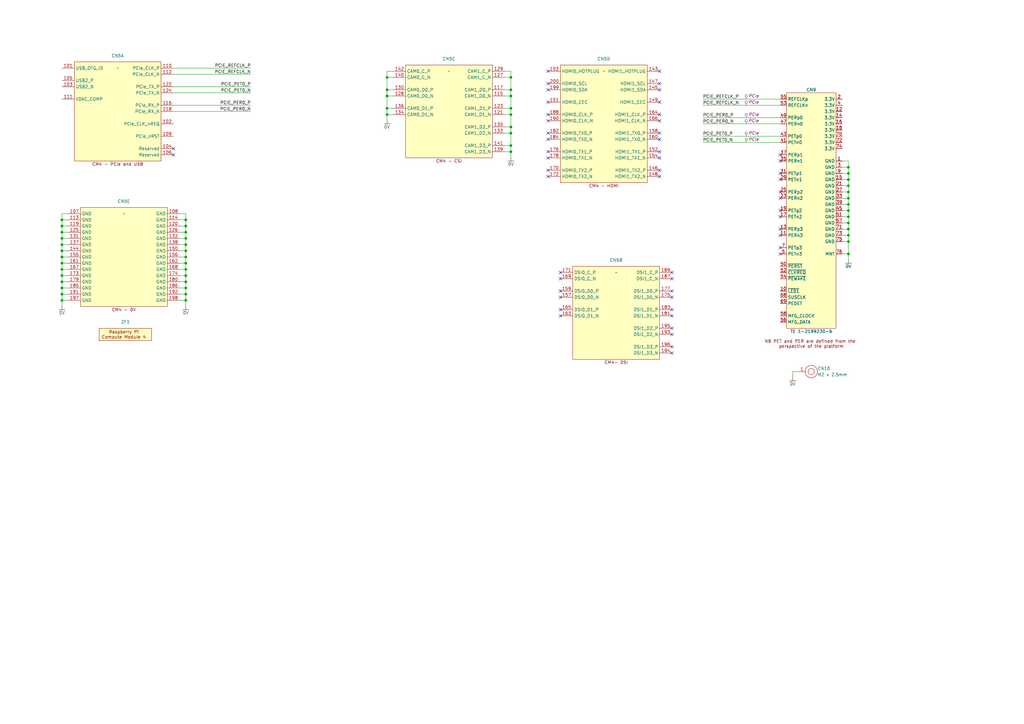
<source format=kicad_sch>
(kicad_sch (version 20230121) (generator eeschema)
  (paper "A3")
  (lib_symbols
    (symbol "Connector_WUT:TE-Connectivity_M-2_1-2199230-6"
      (property "Reference" "CN" (at 0 3.81 0))
      (property "Value" "TE 1-2199230-6" (at 0 -95.25 0))
      (symbol "TE-Connectivity_M-2_1-2199230-6_1_1"
        (rectangle (start -10.16 2.54) (end 10.16 -93.98) (fill (type background)))
        (text "NB PET and PER are defined from the \nperspective of the platform" (at 0 -100.33 0) (effects (font (size 1.27 1.27))))
        (pin power_in line (at -12.7 -25.4 0) (length 2.54) (name "GND") (number "1"))
        (pin open_collector line (at 12.7 -78.74 180) (length 2.54) (name "~{LED1}") (number "10"))
        (pin output line (at 12.7 -55.88 180) (length 2.54) (name "PERn3") (number "11"))
        (pin power_in line (at -12.7 -5.08 0) (length 2.54) (name "3.3V") (number "12"))
        (pin output line (at 12.7 -53.34 180) (length 2.54) (name "PERp3") (number "13"))
        (pin power_in line (at -12.7 -7.62 0) (length 2.54) (name "3.3V") (number "14"))
        (pin power_in line (at -12.7 -33.02 0) (length 2.54) (name "GND") (number "15"))
        (pin power_in line (at -12.7 -10.16 0) (length 2.54) (name "3.3V") (number "16"))
        (pin input line (at 12.7 -48.26 180) (length 2.54) (name "PETn2") (number "17"))
        (pin power_in line (at -12.7 -12.7 0) (length 2.54) (name "3.3V") (number "18"))
        (pin input line (at 12.7 -45.72 180) (length 2.54) (name "PETp2") (number "19"))
        (pin power_in line (at -12.7 0 0) (length 2.54) (name "3.3V") (number "2"))
        (pin no_connect line (at -12.7 -68.58 0) (length 2.54) hide (name "NC") (number "20"))
        (pin power_in line (at -12.7 -35.56 0) (length 2.54) (name "GND") (number "21"))
        (pin no_connect line (at -12.7 -69.85 0) (length 2.54) hide (name "NC") (number "22"))
        (pin output line (at 12.7 -40.64 180) (length 2.54) (name "PERn2") (number "23"))
        (pin no_connect line (at -12.7 -71.12 0) (length 2.54) hide (name "NC") (number "24"))
        (pin output line (at 12.7 -38.1 180) (length 2.54) (name "PERp2") (number "25"))
        (pin no_connect line (at -12.7 -72.39 0) (length 2.54) hide (name "NC") (number "26"))
        (pin power_in line (at -12.7 -38.1 0) (length 2.54) (name "GND") (number "27"))
        (pin no_connect line (at -12.7 -73.66 0) (length 2.54) hide (name "NC") (number "28"))
        (pin input line (at 12.7 -33.02 180) (length 2.54) (name "PETn1") (number "29"))
        (pin power_in line (at -12.7 -27.94 0) (length 2.54) (name "GND") (number "3"))
        (pin no_connect line (at -12.7 -74.93 0) (length 2.54) hide (name "NC") (number "30"))
        (pin input line (at 12.7 -30.48 180) (length 2.54) (name "PETp1") (number "31"))
        (pin no_connect line (at -12.7 -76.2 0) (length 2.54) hide (name "NC") (number "32"))
        (pin power_in line (at -12.7 -40.64 0) (length 2.54) (name "GND") (number "33"))
        (pin no_connect line (at -12.7 -77.47 0) (length 2.54) hide (name "NC") (number "34"))
        (pin output line (at 12.7 -25.4 180) (length 2.54) (name "PERn1") (number "35"))
        (pin no_connect line (at -12.7 -78.74 0) (length 2.54) hide (name "NC") (number "36"))
        (pin output line (at 12.7 -22.86 180) (length 2.54) (name "PERp1") (number "37"))
        (pin no_connect line (at -12.7 -80.01 0) (length 2.54) hide (name "NC") (number "38"))
        (pin power_in line (at -12.7 -43.18 0) (length 2.54) (name "GND") (number "39"))
        (pin power_in line (at -12.7 -2.54 0) (length 2.54) (name "3.3V") (number "4"))
        (pin no_connect line (at -12.7 -81.28 0) (length 2.54) hide (name "NC") (number "40"))
        (pin input line (at 12.7 -17.78 180) (length 2.54) (name "PETn0") (number "41"))
        (pin no_connect line (at -12.7 -82.55 0) (length 2.54) hide (name "NC") (number "42"))
        (pin input line (at 12.7 -15.24 180) (length 2.54) (name "PETp0") (number "43"))
        (pin no_connect line (at -12.7 -83.82 0) (length 2.54) hide (name "NC") (number "44"))
        (pin power_in line (at -12.7 -45.72 0) (length 2.54) (name "GND") (number "45"))
        (pin no_connect line (at -12.7 -85.09 0) (length 2.54) hide (name "NC") (number "46"))
        (pin output line (at 12.7 -10.16 180) (length 2.54) (name "PERn0") (number "47"))
        (pin no_connect line (at -12.7 -86.36 0) (length 2.54) hide (name "NC") (number "48"))
        (pin output line (at 12.7 -7.62 180) (length 2.54) (name "PERp0") (number "49"))
        (pin input line (at 12.7 -63.5 180) (length 2.54) (name "PETn3") (number "5"))
        (pin input line (at 12.7 -68.58 180) (length 2.54) (name "~{PERST}") (number "50"))
        (pin power_in line (at -12.7 -48.26 0) (length 2.54) (name "GND") (number "51"))
        (pin output line (at 12.7 -71.12 180) (length 2.54) (name "~{CLKREQ}") (number "52"))
        (pin input line (at 12.7 -2.54 180) (length 2.54) (name "REFCLKn") (number "53"))
        (pin output line (at 12.7 -73.66 180) (length 2.54) (name "~{PEWAKE}") (number "54"))
        (pin input line (at 12.7 0 180) (length 2.54) (name "REFCLKp") (number "55"))
        (pin bidirectional line (at 12.7 -91.44 180) (length 2.54) (name "MFG_DATA") (number "56"))
        (pin power_in line (at -12.7 -50.8 0) (length 2.54) (name "GND") (number "57"))
        (pin input line (at 12.7 -88.9 180) (length 2.54) (name "MFG_CLOCK") (number "58"))
        (pin no_connect line (at -12.7 -66.04 0) (length 2.54) hide (name "NC") (number "6"))
        (pin no_connect line (at -12.7 -87.63 0) (length 2.54) hide (name "NC") (number "67"))
        (pin input line (at 12.7 -81.28 180) (length 2.54) (name "SUSCLK") (number "68"))
        (pin passive line (at 12.7 -83.82 180) (length 2.54) (name "PEDET") (number "69"))
        (pin input line (at 12.7 -60.96 180) (length 2.54) (name "PETp3") (number "7"))
        (pin power_in line (at -12.7 -15.24 0) (length 2.54) (name "3.3V") (number "70"))
        (pin power_in line (at -12.7 -53.34 0) (length 2.54) (name "GND") (number "71"))
        (pin power_in line (at -12.7 -17.78 0) (length 2.54) (name "3.3V") (number "72"))
        (pin power_in line (at -12.7 -55.88 0) (length 2.54) (name "GND") (number "73"))
        (pin power_in line (at -12.7 -20.32 0) (length 2.54) (name "3.3V") (number "74"))
        (pin power_in line (at -12.7 -58.42 0) (length 2.54) (name "GND") (number "75"))
        (pin passive line (at -12.7 -63.5 0) (length 2.54) (name "MNT") (number "76"))
        (pin no_connect line (at -12.7 -67.31 0) (length 2.54) hide (name "NC") (number "8"))
        (pin power_in line (at -12.7 -30.48 0) (length 2.54) (name "GND") (number "9"))
      )
    )
    (symbol "Connector_WUT:Wurth_9774025243R"
      (property "Reference" "CN" (at 3.81 1.27 0))
      (property "Value" "M2 x 2.5mm" (at 3.81 -1.27 0))
      (symbol "Wurth_9774025243R_0_1"
        (circle (center 0 0) (radius 1.27))
        (circle (center 0 0) (radius 2.54))
      )
      (symbol "Wurth_9774025243R_1_1"
        (pin passive line (at -5.08 0 0) (length 2.54) (name "") (number "1"))
      )
    )
    (symbol "Modules_WUT:ComputeModule4-HPIO"
      (property "Reference" "CN" (at 0 3.81 0))
      (symbol "ComputeModule4-HPIO_1_1"
        (rectangle (start -17.78 2.54) (end 17.78 -38.1) (fill (type background)))
        (text "CM4 - PCIe and USB" (at 0 -39.37 0) (effects (font (size 1.27 1.27))))
        (pin input line (at -22.86 0 0) (length 5.08) (name "USB_OTG_ID") (number "101"))
        (pin input line (at 22.86 -22.86 180) (length 5.08) (name "PCIe_CLK_nREQ") (number "102"))
        (pin passive line (at -22.86 -7.62 0) (length 5.08) (name "USB2_N") (number "103"))
        (pin passive line (at 22.86 -33.02 180) (length 5.08) (name "Reserved") (number "104"))
        (pin passive line (at -22.86 -5.08 0) (length 5.08) (name "USB2_P") (number "105"))
        (pin passive line (at 22.86 -35.56 180) (length 5.08) (name "Reserved") (number "106"))
        (pin bidirectional line (at 22.86 -27.94 180) (length 5.08) (name "PCIe_nRST") (number "109"))
        (pin output line (at 22.86 0 180) (length 5.08) (name "PCIe_CLK_P") (number "110"))
        (pin passive line (at -22.86 -12.7 0) (length 5.08) (name "VDAC_COMP") (number "111"))
        (pin output line (at 22.86 -2.54 180) (length 5.08) (name "PCIe_CLK_N") (number "112"))
        (pin input line (at 22.86 -15.24 180) (length 5.08) (name "PCIe_RX_P") (number "116"))
        (pin input line (at 22.86 -17.78 180) (length 5.08) (name "PCIe_RX_N") (number "118"))
        (pin output line (at 22.86 -7.62 180) (length 5.08) (name "PCIe_TX_P") (number "122"))
        (pin output line (at 22.86 -10.16 180) (length 5.08) (name "PCIe_TX_N") (number "124"))
      )
      (symbol "ComputeModule4-HPIO_2_1"
        (rectangle (start -17.78 2.54) (end 17.78 -35.56) (fill (type background)))
        (text "CM4- DSI" (at 0 -36.83 0) (effects (font (size 1.27 1.27))))
        (pin output line (at -22.86 -10.16 0) (length 5.08) (name "DSI0_D0_N") (number "157"))
        (pin output line (at -22.86 -7.62 0) (length 5.08) (name "DSI0_D0_P") (number "159"))
        (pin output line (at -22.86 -17.78 0) (length 5.08) (name "DSI0_D1_N") (number "163"))
        (pin output line (at -22.86 -15.24 0) (length 5.08) (name "DSI0_D1_P") (number "165"))
        (pin output line (at -22.86 -2.54 0) (length 5.08) (name "DSI0_C_N") (number "169"))
        (pin output line (at -22.86 0 0) (length 5.08) (name "DSI0_C_P") (number "171"))
        (pin output line (at 22.86 -10.16 180) (length 5.08) (name "DSI1_D0_N") (number "175"))
        (pin output line (at 22.86 -7.62 180) (length 5.08) (name "DSI1_D0_P") (number "177"))
        (pin output line (at 22.86 -17.78 180) (length 5.08) (name "DSI1_D1_N") (number "181"))
        (pin output line (at 22.86 -15.24 180) (length 5.08) (name "DSI1_D1_P") (number "183"))
        (pin output line (at 22.86 -2.54 180) (length 5.08) (name "DSI1_C_N") (number "187"))
        (pin output line (at 22.86 0 180) (length 5.08) (name "DSI1_C_P") (number "189"))
        (pin output line (at 22.86 -25.4 180) (length 5.08) (name "DSI1_D2_N") (number "193"))
        (pin output line (at 22.86 -33.02 180) (length 5.08) (name "DSI1_D3_N") (number "194"))
        (pin output line (at 22.86 -22.86 180) (length 5.08) (name "DSI1_D2_P") (number "195"))
        (pin output line (at 22.86 -30.48 180) (length 5.08) (name "DSI1_D3_P") (number "196"))
      )
      (symbol "ComputeModule4-HPIO_3_1"
        (rectangle (start -17.78 2.54) (end 17.78 -35.56) (fill (type background)))
        (text "CM4 - CSI" (at 0 -36.83 0) (effects (font (size 1.27 1.27))))
        (pin input line (at 22.86 -10.16 180) (length 5.08) (name "CAM1_D0_N") (number "115"))
        (pin input line (at 22.86 -7.62 180) (length 5.08) (name "CAM1_D0_P") (number "117"))
        (pin input line (at 22.86 -17.78 180) (length 5.08) (name "CAM1_D1_N") (number "121"))
        (pin input line (at 22.86 -15.24 180) (length 5.08) (name "CAM1_D1_P") (number "123"))
        (pin input line (at 22.86 -2.54 180) (length 5.08) (name "CAM1_C_N") (number "127"))
        (pin input line (at -22.86 -10.16 0) (length 5.08) (name "CAM0_D0_N") (number "128"))
        (pin input line (at 22.86 0 180) (length 5.08) (name "CAM1_C_P") (number "129"))
        (pin input line (at -22.86 -7.62 0) (length 5.08) (name "CAM0_D0_P") (number "130"))
        (pin input line (at 22.86 -25.4 180) (length 5.08) (name "CAM1_D2_N") (number "133"))
        (pin input line (at -22.86 -17.78 0) (length 5.08) (name "CAM0_D1_N") (number "134"))
        (pin input line (at 22.86 -22.86 180) (length 5.08) (name "CAM1_D2_P") (number "135"))
        (pin input line (at -22.86 -15.24 0) (length 5.08) (name "CAM0_D1_P") (number "136"))
        (pin input line (at 22.86 -33.02 180) (length 5.08) (name "CAM1_D3_N") (number "139"))
        (pin input line (at -22.86 -2.54 0) (length 5.08) (name "CAM0_C_N") (number "140"))
        (pin input line (at 22.86 -30.48 180) (length 5.08) (name "CAM1_D3_P") (number "141"))
        (pin input line (at -22.86 0 0) (length 5.08) (name "CAM0_C_P") (number "142"))
      )
      (symbol "ComputeModule4-HPIO_4_1"
        (rectangle (start -17.78 2.54) (end 17.78 -45.72) (fill (type background)))
        (text "CM4 - HDMI" (at 0 -46.99 0) (effects (font (size 1.27 1.27))))
        (pin input line (at 22.86 0 180) (length 5.08) (name "HDMI1_HOTPLUG") (number "143"))
        (pin bidirectional line (at 22.86 -7.62 180) (length 5.08) (name "HDMI1_SDA") (number "145"))
        (pin output line (at 22.86 -40.64 180) (length 5.08) (name "HDMI1_TX2_P") (number "146"))
        (pin open_collector line (at 22.86 -5.08 180) (length 5.08) (name "HDMI1_SCL") (number "147"))
        (pin output line (at 22.86 -43.18 180) (length 5.08) (name "HDMI1_TX2_N") (number "148"))
        (pin open_collector line (at 22.86 -12.7 180) (length 5.08) (name "HDMI1_CEC") (number "149"))
        (pin open_collector line (at -22.86 -12.7 0) (length 5.08) (name "HDMI0_CEC") (number "151"))
        (pin output line (at 22.86 -33.02 180) (length 5.08) (name "HDMI1_TX1_P") (number "152"))
        (pin input line (at -22.86 0 0) (length 5.08) (name "HDMI0_HOTPLUG") (number "153"))
        (pin output line (at 22.86 -35.56 180) (length 5.08) (name "HDMI1_TX1_N") (number "154"))
        (pin output line (at 22.86 -25.4 180) (length 5.08) (name "HDMI1_TX0_P") (number "158"))
        (pin output line (at 22.86 -27.94 180) (length 5.08) (name "HDMI1_TX0_N") (number "160"))
        (pin output line (at 22.86 -17.78 180) (length 5.08) (name "HDMI1_CLK_P") (number "164"))
        (pin output line (at 22.86 -20.32 180) (length 5.08) (name "HDMI1_CLK_N") (number "166"))
        (pin output line (at -22.86 -40.64 0) (length 5.08) (name "HDMI0_TX2_P") (number "170"))
        (pin output line (at -22.86 -43.18 0) (length 5.08) (name "HDMI0_TX2_N") (number "172"))
        (pin output line (at -22.86 -33.02 0) (length 5.08) (name "HDMI0_TX1_P") (number "176"))
        (pin output line (at -22.86 -35.56 0) (length 5.08) (name "HDMI0_TX1_N") (number "178"))
        (pin output line (at -22.86 -25.4 0) (length 5.08) (name "HDMI0_TX0_P") (number "182"))
        (pin output line (at -22.86 -27.94 0) (length 5.08) (name "HDMI0_TX0_N") (number "184"))
        (pin output line (at -22.86 -17.78 0) (length 5.08) (name "HDMI0_CLK_P") (number "188"))
        (pin output line (at -22.86 -20.32 0) (length 5.08) (name "HDMI0_CLK_N") (number "190"))
        (pin bidirectional line (at -22.86 -7.62 0) (length 5.08) (name "HDMI0_SDA") (number "199"))
        (pin open_collector line (at -22.86 -5.08 0) (length 5.08) (name "HDMI0_SCL") (number "200"))
      )
      (symbol "ComputeModule4-HPIO_5_1"
        (rectangle (start -17.78 2.54) (end 17.78 -38.1) (fill (type background)))
        (text "CM4 - 0V" (at 0 -39.37 0) (effects (font (size 1.27 1.27))))
        (pin power_in line (at -22.86 0 0) (length 5.08) (name "GND") (number "107"))
        (pin power_in line (at 22.86 0 180) (length 5.08) (name "GND") (number "108"))
        (pin power_in line (at -22.86 -2.54 0) (length 5.08) (name "GND") (number "113"))
        (pin power_in line (at 22.86 -2.54 180) (length 5.08) (name "GND") (number "114"))
        (pin power_in line (at -22.86 -5.08 0) (length 5.08) (name "GND") (number "119"))
        (pin power_in line (at 22.86 -5.08 180) (length 5.08) (name "GND") (number "120"))
        (pin power_in line (at -22.86 -7.62 0) (length 5.08) (name "GND") (number "125"))
        (pin power_in line (at 22.86 -7.62 180) (length 5.08) (name "GND") (number "126"))
        (pin power_in line (at -22.86 -10.16 0) (length 5.08) (name "GND") (number "131"))
        (pin power_in line (at 22.86 -10.16 180) (length 5.08) (name "GND") (number "132"))
        (pin power_in line (at -22.86 -12.7 0) (length 5.08) (name "GND") (number "137"))
        (pin power_in line (at 22.86 -12.7 180) (length 5.08) (name "GND") (number "138"))
        (pin power_in line (at -22.86 -15.24 0) (length 5.08) (name "GND") (number "144"))
        (pin power_in line (at 22.86 -15.24 180) (length 5.08) (name "GND") (number "150"))
        (pin power_in line (at -22.86 -17.78 0) (length 5.08) (name "GND") (number "155"))
        (pin power_in line (at 22.86 -17.78 180) (length 5.08) (name "GND") (number "156"))
        (pin power_in line (at -22.86 -20.32 0) (length 5.08) (name "GND") (number "161"))
        (pin power_in line (at 22.86 -20.32 180) (length 5.08) (name "GND") (number "162"))
        (pin power_in line (at -22.86 -22.86 0) (length 5.08) (name "GND") (number "167"))
        (pin power_in line (at 22.86 -22.86 180) (length 5.08) (name "GND") (number "168"))
        (pin power_in line (at -22.86 -25.4 0) (length 5.08) (name "GND") (number "173"))
        (pin power_in line (at 22.86 -25.4 180) (length 5.08) (name "GND") (number "174"))
        (pin power_in line (at -22.86 -27.94 0) (length 5.08) (name "GND") (number "179"))
        (pin power_in line (at 22.86 -27.94 180) (length 5.08) (name "GND") (number "180"))
        (pin power_in line (at -22.86 -30.48 0) (length 5.08) (name "GND") (number "185"))
        (pin power_in line (at 22.86 -30.48 180) (length 5.08) (name "GND") (number "186"))
        (pin power_in line (at -22.86 -33.02 0) (length 5.08) (name "GND") (number "191"))
        (pin power_in line (at 22.86 -33.02 180) (length 5.08) (name "GND") (number "192"))
        (pin power_in line (at -22.86 -35.56 0) (length 5.08) (name "GND") (number "197"))
        (pin power_in line (at 22.86 -35.56 180) (length 5.08) (name "GND") (number "198"))
      )
    )
    (symbol "Modules_WUT:Raspberry Pi Compute Module 4"
      (property "Reference" "ZF" (at 0 3.81 0))
      (symbol "Raspberry Pi Compute Module 4_1_1"
        (rectangle (start -10.16 2.54) (end 11.43 -2.54) (fill (type background)))
        (text "Raspberry Pi\nCompute Module 4" (at 0 0 0) (effects (font (size 1.27 1.27))))
      )
    )
    (symbol "Power_WUT:0V" (power) (pin_numbers hide) (pin_names hide) (in_bom no) (on_board no)
      (property "Value" "0V" (at 0 -2.54 0))
      (symbol "0V_0_1"
        (polyline (pts (xy 0 0) (xy 0 -1.27)) (stroke (width 0.1524)))
        (polyline (pts (xy 1.27 -1.27) (xy -1.27 -1.27)) (stroke (width 0.1524)))
      )
      (symbol "0V_1_1"
        (pin power_in line (at 0 0 270) (length 0) hide (name "0V") (number "1"))
      )
    )
  )
  (junction (at 76.2 90.17))
  (junction (at 76.2 120.65))
  (junction (at 76.2 123.19))
  (junction (at 76.2 95.25))
  (junction (at 347.98 86.36))
  (junction (at 25.4 113.03))
  (junction (at 25.4 92.71))
  (junction (at 76.2 100.33))
  (junction (at 25.4 110.49))
  (junction (at 209.55 39.37))
  (junction (at 209.55 59.69))
  (junction (at 209.55 46.99))
  (junction (at 25.4 120.65))
  (junction (at 25.4 100.33))
  (junction (at 209.55 31.75))
  (junction (at 25.4 102.87))
  (junction (at 158.75 31.75))
  (junction (at 76.2 118.11))
  (junction (at 25.4 123.19))
  (junction (at 76.2 110.49))
  (junction (at 158.75 39.37))
  (junction (at 209.55 62.23))
  (junction (at 347.98 96.52))
  (junction (at 25.4 97.79))
  (junction (at 347.98 104.14))
  (junction (at 25.4 115.57))
  (junction (at 76.2 92.71))
  (junction (at 209.55 36.83))
  (junction (at 158.75 44.45))
  (junction (at 209.55 52.07))
  (junction (at 76.2 97.79))
  (junction (at 158.75 36.83))
  (junction (at 209.55 44.45))
  (junction (at 25.4 107.95))
  (junction (at 158.75 46.99))
  (junction (at 347.98 88.9))
  (junction (at 347.98 78.74))
  (junction (at 25.4 95.25))
  (junction (at 347.98 76.2))
  (junction (at 25.4 90.17))
  (junction (at 76.2 107.95))
  (junction (at 347.98 93.98))
  (junction (at 76.2 102.87))
  (junction (at 76.2 115.57))
  (junction (at 25.4 105.41))
  (junction (at 25.4 118.11))
  (junction (at 347.98 83.82))
  (junction (at 209.55 54.61))
  (junction (at 347.98 81.28))
  (junction (at 76.2 105.41))
  (junction (at 347.98 91.44))
  (junction (at 347.98 73.66))
  (junction (at 347.98 71.12))
  (junction (at 76.2 113.03))
  (junction (at 347.98 99.06))
  (junction (at 347.98 68.58))
  (no_connect (at 275.59 121.92))
  (no_connect (at 71.12 60.96))
  (no_connect (at 224.79 57.15))
  (no_connect (at 320.04 101.6))
  (no_connect (at 320.04 73.66))
  (no_connect (at 270.51 57.15))
  (no_connect (at 224.79 54.61))
  (no_connect (at 275.59 127))
  (no_connect (at 224.79 34.29))
  (no_connect (at 224.79 72.39))
  (no_connect (at 224.79 69.85))
  (no_connect (at 270.51 49.53))
  (no_connect (at 270.51 46.99))
  (no_connect (at 275.59 129.54))
  (no_connect (at 320.04 86.36))
  (no_connect (at 229.87 114.3))
  (no_connect (at 320.04 63.5))
  (no_connect (at 229.87 127))
  (no_connect (at 224.79 41.91))
  (no_connect (at 320.04 96.52))
  (no_connect (at 229.87 111.76))
  (no_connect (at 275.59 111.76))
  (no_connect (at 224.79 64.77))
  (no_connect (at 71.12 63.5))
  (no_connect (at 320.04 66.04))
  (no_connect (at 275.59 114.3))
  (no_connect (at 229.87 121.92))
  (no_connect (at 270.51 72.39))
  (no_connect (at 320.04 93.98))
  (no_connect (at 229.87 119.38))
  (no_connect (at 320.04 71.12))
  (no_connect (at 270.51 29.21))
  (no_connect (at 224.79 49.53))
  (no_connect (at 275.59 144.78))
  (no_connect (at 224.79 46.99))
  (no_connect (at 224.79 62.23))
  (no_connect (at 275.59 134.62))
  (no_connect (at 275.59 142.24))
  (no_connect (at 320.04 104.14))
  (no_connect (at 224.79 29.21))
  (no_connect (at 229.87 129.54))
  (no_connect (at 270.51 54.61))
  (no_connect (at 270.51 62.23))
  (no_connect (at 275.59 137.16))
  (no_connect (at 270.51 36.83))
  (no_connect (at 270.51 41.91))
  (no_connect (at 320.04 88.9))
  (no_connect (at 320.04 81.28))
  (no_connect (at 320.04 78.74))
  (no_connect (at 270.51 69.85))
  (no_connect (at 270.51 34.29))
  (no_connect (at 270.51 64.77))
  (no_connect (at 275.59 119.38))
  (no_connect (at 224.79 36.83))
  (wire (pts (xy 288.29 58.42) (xy 320.04 58.42)))
  (wire (pts (xy 25.4 102.87) (xy 25.4 100.33)))
  (wire (pts (xy 25.4 100.33) (xy 25.4 97.79)))
  (wire (pts (xy 347.98 99.06) (xy 347.98 96.52)))
  (wire (pts (xy 73.66 97.79) (xy 76.2 97.79)))
  (wire (pts (xy 207.01 46.99) (xy 209.55 46.99)))
  (wire (pts (xy 345.44 104.14) (xy 347.98 104.14)))
  (wire (pts (xy 347.98 66.04) (xy 345.44 66.04)))
  (wire (pts (xy 345.44 86.36) (xy 347.98 86.36)))
  (wire (pts (xy 209.55 59.69) (xy 209.55 62.23)))
  (wire (pts (xy 345.44 78.74) (xy 347.98 78.74)))
  (wire (pts (xy 207.01 54.61) (xy 209.55 54.61)))
  (wire (pts (xy 76.2 125.73) (xy 76.2 123.19)))
  (wire (pts (xy 76.2 110.49) (xy 76.2 107.95)))
  (wire (pts (xy 345.44 76.2) (xy 347.98 76.2)))
  (wire (pts (xy 102.87 30.48) (xy 71.12 30.48)))
  (wire (pts (xy 73.66 95.25) (xy 76.2 95.25)))
  (wire (pts (xy 76.2 115.57) (xy 76.2 113.03)))
  (wire (pts (xy 102.87 38.1) (xy 71.12 38.1)))
  (wire (pts (xy 76.2 123.19) (xy 76.2 120.65)))
  (wire (pts (xy 347.98 93.98) (xy 347.98 91.44)))
  (wire (pts (xy 347.98 68.58) (xy 347.98 66.04)))
  (wire (pts (xy 209.55 31.75) (xy 209.55 36.83)))
  (wire (pts (xy 27.94 100.33) (xy 25.4 100.33)))
  (wire (pts (xy 288.29 48.26) (xy 320.04 48.26)))
  (wire (pts (xy 27.94 118.11) (xy 25.4 118.11)))
  (wire (pts (xy 25.4 113.03) (xy 25.4 110.49)))
  (wire (pts (xy 209.55 44.45) (xy 209.55 46.99)))
  (wire (pts (xy 27.94 113.03) (xy 25.4 113.03)))
  (wire (pts (xy 209.55 39.37) (xy 209.55 44.45)))
  (wire (pts (xy 158.75 46.99) (xy 161.29 46.99)))
  (wire (pts (xy 25.4 118.11) (xy 25.4 115.57)))
  (wire (pts (xy 345.44 68.58) (xy 347.98 68.58)))
  (wire (pts (xy 25.4 120.65) (xy 25.4 118.11)))
  (wire (pts (xy 102.87 45.72) (xy 71.12 45.72)))
  (wire (pts (xy 25.4 125.73) (xy 25.4 123.19)))
  (wire (pts (xy 209.55 36.83) (xy 209.55 39.37)))
  (wire (pts (xy 76.2 113.03) (xy 76.2 110.49)))
  (wire (pts (xy 347.98 86.36) (xy 347.98 83.82)))
  (wire (pts (xy 288.29 43.18) (xy 320.04 43.18)))
  (wire (pts (xy 25.4 87.63) (xy 27.94 87.63)))
  (wire (pts (xy 73.66 120.65) (xy 76.2 120.65)))
  (wire (pts (xy 73.66 118.11) (xy 76.2 118.11)))
  (wire (pts (xy 76.2 97.79) (xy 76.2 95.25)))
  (wire (pts (xy 207.01 62.23) (xy 209.55 62.23)))
  (wire (pts (xy 73.66 92.71) (xy 76.2 92.71)))
  (wire (pts (xy 25.4 95.25) (xy 25.4 92.71)))
  (wire (pts (xy 345.44 96.52) (xy 347.98 96.52)))
  (wire (pts (xy 347.98 91.44) (xy 347.98 88.9)))
  (wire (pts (xy 73.66 115.57) (xy 76.2 115.57)))
  (wire (pts (xy 158.75 39.37) (xy 158.75 36.83)))
  (wire (pts (xy 25.4 107.95) (xy 25.4 105.41)))
  (wire (pts (xy 345.44 83.82) (xy 347.98 83.82)))
  (wire (pts (xy 158.75 29.21) (xy 161.29 29.21)))
  (wire (pts (xy 27.94 123.19) (xy 25.4 123.19)))
  (wire (pts (xy 288.29 40.64) (xy 320.04 40.64)))
  (wire (pts (xy 347.98 83.82) (xy 347.98 81.28)))
  (wire (pts (xy 76.2 92.71) (xy 76.2 90.17)))
  (wire (pts (xy 207.01 52.07) (xy 209.55 52.07)))
  (wire (pts (xy 345.44 99.06) (xy 347.98 99.06)))
  (wire (pts (xy 345.44 93.98) (xy 347.98 93.98)))
  (wire (pts (xy 347.98 71.12) (xy 347.98 68.58)))
  (wire (pts (xy 158.75 49.53) (xy 158.75 46.99)))
  (wire (pts (xy 207.01 44.45) (xy 209.55 44.45)))
  (wire (pts (xy 347.98 73.66) (xy 347.98 71.12)))
  (wire (pts (xy 288.29 50.8) (xy 320.04 50.8)))
  (wire (pts (xy 76.2 90.17) (xy 76.2 87.63)))
  (wire (pts (xy 25.4 97.79) (xy 25.4 95.25)))
  (wire (pts (xy 347.98 78.74) (xy 347.98 76.2)))
  (wire (pts (xy 73.66 113.03) (xy 76.2 113.03)))
  (wire (pts (xy 209.55 29.21) (xy 209.55 31.75)))
  (wire (pts (xy 25.4 92.71) (xy 25.4 90.17)))
  (wire (pts (xy 345.44 88.9) (xy 347.98 88.9)))
  (wire (pts (xy 73.66 90.17) (xy 76.2 90.17)))
  (wire (pts (xy 325.12 152.4) (xy 325.12 154.94)))
  (wire (pts (xy 209.55 52.07) (xy 209.55 54.61)))
  (wire (pts (xy 102.87 27.94) (xy 71.12 27.94)))
  (wire (pts (xy 347.98 81.28) (xy 347.98 78.74)))
  (wire (pts (xy 27.94 110.49) (xy 25.4 110.49)))
  (wire (pts (xy 345.44 71.12) (xy 347.98 71.12)))
  (wire (pts (xy 102.87 43.18) (xy 71.12 43.18)))
  (wire (pts (xy 345.44 73.66) (xy 347.98 73.66)))
  (wire (pts (xy 345.44 91.44) (xy 347.98 91.44)))
  (wire (pts (xy 209.55 46.99) (xy 209.55 52.07)))
  (wire (pts (xy 345.44 81.28) (xy 347.98 81.28)))
  (wire (pts (xy 73.66 107.95) (xy 76.2 107.95)))
  (wire (pts (xy 209.55 54.61) (xy 209.55 59.69)))
  (wire (pts (xy 76.2 87.63) (xy 73.66 87.63)))
  (wire (pts (xy 76.2 120.65) (xy 76.2 118.11)))
  (wire (pts (xy 158.75 46.99) (xy 158.75 44.45)))
  (wire (pts (xy 27.94 105.41) (xy 25.4 105.41)))
  (wire (pts (xy 209.55 62.23) (xy 209.55 64.77)))
  (wire (pts (xy 327.66 152.4) (xy 325.12 152.4)))
  (wire (pts (xy 158.75 44.45) (xy 158.75 39.37)))
  (wire (pts (xy 76.2 100.33) (xy 76.2 97.79)))
  (wire (pts (xy 27.94 95.25) (xy 25.4 95.25)))
  (wire (pts (xy 27.94 120.65) (xy 25.4 120.65)))
  (wire (pts (xy 27.94 102.87) (xy 25.4 102.87)))
  (wire (pts (xy 27.94 97.79) (xy 25.4 97.79)))
  (wire (pts (xy 27.94 90.17) (xy 25.4 90.17)))
  (wire (pts (xy 347.98 96.52) (xy 347.98 93.98)))
  (wire (pts (xy 73.66 102.87) (xy 76.2 102.87)))
  (wire (pts (xy 25.4 123.19) (xy 25.4 120.65)))
  (wire (pts (xy 158.75 31.75) (xy 158.75 29.21)))
  (wire (pts (xy 207.01 39.37) (xy 209.55 39.37)))
  (wire (pts (xy 76.2 107.95) (xy 76.2 105.41)))
  (wire (pts (xy 27.94 115.57) (xy 25.4 115.57)))
  (wire (pts (xy 158.75 36.83) (xy 161.29 36.83)))
  (wire (pts (xy 76.2 118.11) (xy 76.2 115.57)))
  (wire (pts (xy 25.4 115.57) (xy 25.4 113.03)))
  (wire (pts (xy 347.98 88.9) (xy 347.98 86.36)))
  (wire (pts (xy 207.01 31.75) (xy 209.55 31.75)))
  (wire (pts (xy 27.94 92.71) (xy 25.4 92.71)))
  (wire (pts (xy 347.98 99.06) (xy 347.98 104.14)))
  (wire (pts (xy 25.4 90.17) (xy 25.4 87.63)))
  (wire (pts (xy 76.2 95.25) (xy 76.2 92.71)))
  (wire (pts (xy 76.2 105.41) (xy 76.2 102.87)))
  (wire (pts (xy 158.75 36.83) (xy 158.75 31.75)))
  (wire (pts (xy 347.98 106.68) (xy 347.98 104.14)))
  (wire (pts (xy 25.4 110.49) (xy 25.4 107.95)))
  (wire (pts (xy 73.66 105.41) (xy 76.2 105.41)))
  (wire (pts (xy 73.66 100.33) (xy 76.2 100.33)))
  (wire (pts (xy 73.66 110.49) (xy 76.2 110.49)))
  (wire (pts (xy 288.29 55.88) (xy 320.04 55.88)))
  (wire (pts (xy 158.75 39.37) (xy 161.29 39.37)))
  (wire (pts (xy 102.87 35.56) (xy 71.12 35.56)))
  (wire (pts (xy 347.98 76.2) (xy 347.98 73.66)))
  (wire (pts (xy 207.01 29.21) (xy 209.55 29.21)))
  (wire (pts (xy 25.4 105.41) (xy 25.4 102.87)))
  (wire (pts (xy 158.75 31.75) (xy 161.29 31.75)))
  (wire (pts (xy 158.75 44.45) (xy 161.29 44.45)))
  (wire (pts (xy 73.66 123.19) (xy 76.2 123.19)))
  (wire (pts (xy 207.01 36.83) (xy 209.55 36.83)))
  (wire (pts (xy 27.94 107.95) (xy 25.4 107.95)))
  (wire (pts (xy 76.2 102.87) (xy 76.2 100.33)))
  (wire (pts (xy 207.01 59.69) (xy 209.55 59.69)))
  (label "PCIE_PET0_N" (at 288.29 58.42 0))
  (label "PCIE_PET0_P" (at 102.87 35.56 180))
  (label "PCIE_PET0_N" (at 102.87 38.1 180))
  (label "PCIE_REFCLK_P" (at 288.29 40.64 0))
  (label "PCIE_PER0_P" (at 102.87 43.18 180))
  (label "PCIE_REFCLK_N" (at 102.87 30.48 180))
  (label "PCIE_PER0_N" (at 288.29 50.8 0))
  (label "PCIE_PET0_P" (at 288.29 55.88 0))
  (label "PCIE_REFCLK_N" (at 288.29 43.18 0))
  (label "PCIE_PER0_P" (at 288.29 48.26 0))
  (label "PCIE_PER0_N" (at 102.87 45.72 180))
  (label "PCIE_REFCLK_P" (at 102.87 27.94 180))
  (netclass_flag "" (length 1.27) (shape round) (at 306.07 48.26 0) (property "Netclass" "PCIe" (at 306.959 46.99 0) (effects (font italic) (justify left))))
  (netclass_flag "" (length 1.27) (shape round) (at 306.0542 50.8 0) (property "Netclass" "PCIe" (at 306.9432 49.53 0) (effects (font italic) (justify left))))
  (netclass_flag "" (length 1.27) (shape round) (at 306.07 58.42 0) (property "Netclass" "PCIe" (at 306.959 57.15 0) (effects (font italic) (justify left))))
  (netclass_flag "" (length 1.27) (shape round) (at 306.07 55.88 0) (property "Netclass" "PCIe" (at 306.959 54.61 0) (effects (font italic) (justify left))))
  (netclass_flag "" (length 1.27) (shape round) (at 306.07 40.64 0) (property "Netclass" "PCIe" (at 306.959 39.37 0) (effects (font italic) (justify left))))
  (netclass_flag "" (length 1.27) (shape round) (at 306.07 43.18 0) (property "Netclass" "PCIe" (at 306.959 41.91 0) (effects (font italic) (justify left))))
  (symbol (lib_id "Modules_WUT:ComputeModule4-HPIO") (at 48.26 27.94 0) (unit 1)
    (property "Reference" "CN5" (at 48.26 22.86 0))
    (property "Value" "~" (at 48.26 27.94 0))
    (property "Footprint" "Connector_WUT:Hirose_DF40C-100DS-0.4V_pins-101-200" (effects hide))
    (property "Manufacturer" "Hirose" (effects hide))
    (property "MPN" "DF40C-100DS-0.4V(51)" (effects hide))
    (instances (project "Master Timing Card" (path "" (reference "CN5") (unit 1)) (path "" (reference "CN6") (unit 1))))
  )
  (symbol (lib_id "Connector_WUT:Wurth_9774025243R") (at 332.74 152.4 0) (unit 1)
    (property "Reference" "CN10" (at 335.28 151.13 0) (effects (justify left)))
    (property "Value" "M2 x 2.5mm" (at 335.28 153.67 0) (effects (justify left)))
    (property "Footprint" "Connector_WUT:Standoff_Wurth_9774025243R" (effects hide))
    (property "Datasheet" "https://www.we-online.com/components/products/datasheet/9774025243R.pdf" (effects hide))
    (property "Manufacturer" "Wurth Electronik" (effects hide))
    (property "MPN" "9774025243R" (effects hide))
  )
  (symbol (lib_id "Power_WUT:0V") (at 158.75 49.53 0) (unit 1) (in_bom no) (on_board no)
    (property "Reference" "#PWR025" (effects hide))
    (property "Value" "0V" (at 158.75 52.07 0))
  )
  (symbol (lib_id "Modules_WUT:ComputeModule4-HPIO") (at 247.65 29.21 0) (unit 4)
    (property "Reference" "CN5" (at 247.65 24.13 0))
    (property "Value" "~" (at 247.65 29.21 0))
    (property "Footprint" "Connector_WUT:Hirose_DF40C-100DS-0.4V_pins-101-200" (effects hide))
    (property "Manufacturer" "Hirose" (effects hide))
    (property "MPN" "DF40C-100DS-0.4V(51)" (effects hide))
    (instances (project "Master Timing Card" (path "" (reference "CN5") (unit 4)) (path "" (reference "CN6") (unit 4))))
  )
  (symbol (lib_id "Connector_WUT:TE-Connectivity_M-2_1-2199230-6") (at 332.74 40.64 0) (mirror y) (unit 1)
    (property "Reference" "CN9" (at 332.74 36.83 0))
    (property "Value" "TE 1-2199230-6" (at 332.74 135.89 0))
    (property "Footprint" "Connector_WUT:TE_1-2199230-6" (effects hide))
    (property "Datasheet" "https://www.te.com/commerce/DocumentDelivery/DDEController?Action=showdoc&DocId=Customer+Drawing%7F2199230%7FB3%7Fpdf%7FEnglish%7FENG_CD_2199230_B3.pdf%7F1-2199230-6" (effects hide))
    (property "Manufacturer" "TE Connectivity" (effects hide))
    (property "MPN" "1-2199230-6" (effects hide))
  )
  (symbol (lib_id "Power_WUT:0V") (at 209.55 64.77 0) (unit 1) (in_bom no) (on_board no)
    (property "Reference" "#PWR026" (effects hide))
    (property "Value" "0V" (at 209.55 67.31 0))
  )
  (symbol (lib_id "Modules_WUT:ComputeModule4-HPIO") (at 50.8 87.63 0) (unit 5)
    (property "Reference" "CN5" (at 50.8 82.55 0))
    (property "Value" "~" (at 50.8 87.63 0))
    (property "Footprint" "Connector_WUT:Hirose_DF40C-100DS-0.4V_pins-101-200" (effects hide))
    (property "Manufacturer" "Hirose" (effects hide))
    (property "MPN" "DF40C-100DS-0.4V(51)" (effects hide))
    (instances (project "Master Timing Card" (path "" (reference "CN5") (unit 5)) (path "" (reference "CN6") (unit 5))))
  )
  (symbol (lib_id "Power_WUT:0V") (at 347.98 106.68 0) (unit 1) (in_bom no) (on_board no)
    (property "Reference" "#PWR0194" (effects hide))
    (property "Value" "0V" (at 347.98 109.22 0))
  )
  (symbol (lib_id "Modules_WUT:ComputeModule4-HPIO") (at 252.73 111.76 0) (unit 2)
    (property "Reference" "CN5" (at 252.73 106.68 0))
    (property "Value" "~" (at 252.73 111.76 0))
    (property "Footprint" "Connector_WUT:Hirose_DF40C-100DS-0.4V_pins-101-200" (effects hide))
    (property "Manufacturer" "Hirose" (effects hide))
    (property "MPN" "DF40C-100DS-0.4V(51)" (effects hide))
    (instances (project "Master Timing Card" (path "" (reference "CN5") (unit 2)) (path "" (reference "CN6") (unit 2))))
  )
  (symbol (lib_id "Power_WUT:0V") (at 76.2 125.73 0) (unit 1) (in_bom no) (on_board no)
    (property "Reference" "#PWR024" (effects hide))
    (property "Value" "0V" (at 76.2 128.27 0))
  )
  (symbol (lib_id "Power_WUT:0V") (at 325.12 154.94 0) (unit 1) (in_bom no) (on_board no)
    (property "Reference" "#PWR0193" (effects hide))
    (property "Value" "0V" (at 325.12 157.48 0))
  )
  (symbol (lib_id "Modules_WUT:Raspberry Pi Compute Module 4") (at 50.8 137.16 0) (unit 1)
    (property "Reference" "ZF1" (at 51.435 132.08 0))
    (property "Value" "CM4004016" (effects hide))
    (property "Footprint" "Modules_WUT:Raspberry-Pi-4-Compute-Module" (effects hide))
    (property "Manufacturer" "Raspberry Pi" (effects hide))
    (property "MPN" "Compute Module 4" (effects hide))
    (instances (project "Master Timing Card" (path "" (reference "ZF1") (unit 1)) (path "" (reference "ZF2") (unit 1))))
  )
  (symbol (lib_id "Modules_WUT:ComputeModule4-HPIO") (at 184.15 29.21 0) (unit 3)
    (property "Reference" "CN5" (at 184.15 24.13 0))
    (property "Value" "~" (at 184.15 29.21 0))
    (property "Footprint" "Connector_WUT:Hirose_DF40C-100DS-0.4V_pins-101-200" (effects hide))
    (property "Manufacturer" "Hirose" (effects hide))
    (property "MPN" "DF40C-100DS-0.4V(51)" (effects hide))
    (instances (project "Master Timing Card" (path "" (reference "CN5") (unit 3)) (path "" (reference "CN6") (unit 3))))
  )
  (symbol (lib_id "Power_WUT:0V") (at 25.4 125.73 0) (mirror y) (unit 1) (in_bom no) (on_board no)
    (property "Reference" "#PWR023" (effects hide))
    (property "Value" "0V" (at 25.4 128.27 0))
  )
)
</source>
